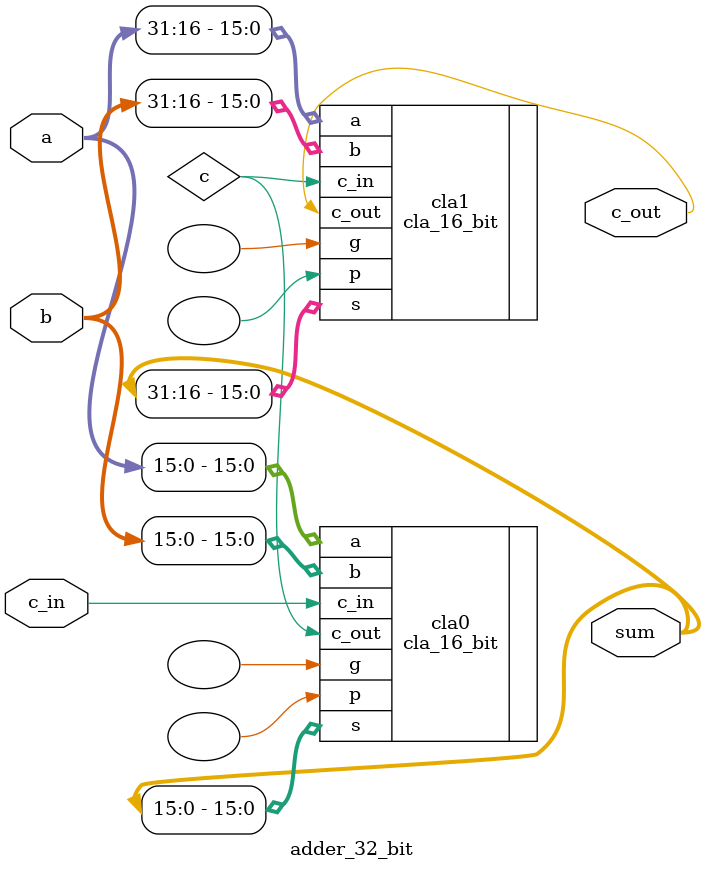
<source format=v>
`timescale 1ns / 1ps
module adder_32_bit (
    input [31:0] a,
    input [31:0] b,
    input c_in,
    output [31:0] sum,
    output c_out
);

    wire c;          // Temp wire to be used as a ripple carry for CLA2
    
    cla_16_bit cla0 (.a(a[15:0]), .b(b[15:0]), .c_in(c_in), .s(sum[15:0]), .c_out(c), .p(), .g());
    cla_16_bit cla1 (.a(a[31:16]), .b(b[31:16]), .c_in(c), .s(sum[31:16]), .c_out(c_out), .p(), .g());
endmodule

</source>
